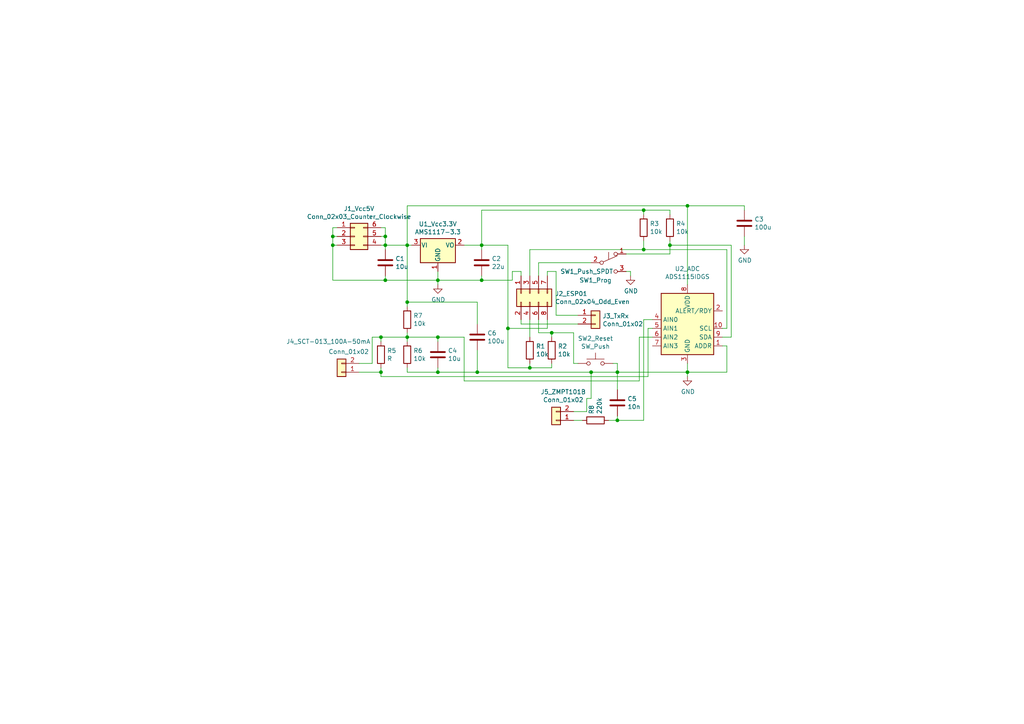
<source format=kicad_sch>
(kicad_sch (version 20211123) (generator eeschema)

  (uuid c0515cd2-cdaa-467e-8354-0f6eadfa35c9)

  (paper "A4")

  (lib_symbols
    (symbol "Analog_ADC:ADS1115IDGS" (in_bom yes) (on_board yes)
      (property "Reference" "U" (id 0) (at 2.54 13.97 0)
        (effects (font (size 1.27 1.27)))
      )
      (property "Value" "ADS1115IDGS" (id 1) (at 7.62 11.43 0)
        (effects (font (size 1.27 1.27)))
      )
      (property "Footprint" "Package_SO:TSSOP-10_3x3mm_P0.5mm" (id 2) (at 0 -12.7 0)
        (effects (font (size 1.27 1.27)) hide)
      )
      (property "Datasheet" "http://www.ti.com/lit/ds/symlink/ads1113.pdf" (id 3) (at -1.27 -22.86 0)
        (effects (font (size 1.27 1.27)) hide)
      )
      (property "ki_keywords" "16 bit 4 channel I2C ADC" (id 4) (at 0 0 0)
        (effects (font (size 1.27 1.27)) hide)
      )
      (property "ki_description" "Ultra-Small, Low-Power, I2C-Compatible, 860-SPS, 16-Bit ADCs With Internal Reference, Oscillator, and Programmable Comparator, VSSOP-10" (id 5) (at 0 0 0)
        (effects (font (size 1.27 1.27)) hide)
      )
      (property "ki_fp_filters" "TSSOP*3x3mm*P0.5mm*" (id 6) (at 0 0 0)
        (effects (font (size 1.27 1.27)) hide)
      )
      (symbol "ADS1115IDGS_0_1"
        (rectangle (start -7.62 10.16) (end 7.62 -7.62)
          (stroke (width 0.254) (type default) (color 0 0 0 0))
          (fill (type background))
        )
      )
      (symbol "ADS1115IDGS_1_1"
        (pin input line (at 10.16 -5.08 180) (length 2.54)
          (name "ADDR" (effects (font (size 1.27 1.27))))
          (number "1" (effects (font (size 1.27 1.27))))
        )
        (pin input line (at 10.16 0 180) (length 2.54)
          (name "SCL" (effects (font (size 1.27 1.27))))
          (number "10" (effects (font (size 1.27 1.27))))
        )
        (pin output line (at 10.16 5.08 180) (length 2.54)
          (name "ALERT/RDY" (effects (font (size 1.27 1.27))))
          (number "2" (effects (font (size 1.27 1.27))))
        )
        (pin power_in line (at 0 -10.16 90) (length 2.54)
          (name "GND" (effects (font (size 1.27 1.27))))
          (number "3" (effects (font (size 1.27 1.27))))
        )
        (pin input line (at -10.16 2.54 0) (length 2.54)
          (name "AIN0" (effects (font (size 1.27 1.27))))
          (number "4" (effects (font (size 1.27 1.27))))
        )
        (pin input line (at -10.16 0 0) (length 2.54)
          (name "AIN1" (effects (font (size 1.27 1.27))))
          (number "5" (effects (font (size 1.27 1.27))))
        )
        (pin input line (at -10.16 -2.54 0) (length 2.54)
          (name "AIN2" (effects (font (size 1.27 1.27))))
          (number "6" (effects (font (size 1.27 1.27))))
        )
        (pin input line (at -10.16 -5.08 0) (length 2.54)
          (name "AIN3" (effects (font (size 1.27 1.27))))
          (number "7" (effects (font (size 1.27 1.27))))
        )
        (pin power_in line (at 0 12.7 270) (length 2.54)
          (name "VDD" (effects (font (size 1.27 1.27))))
          (number "8" (effects (font (size 1.27 1.27))))
        )
        (pin bidirectional line (at 10.16 -2.54 180) (length 2.54)
          (name "SDA" (effects (font (size 1.27 1.27))))
          (number "9" (effects (font (size 1.27 1.27))))
        )
      )
    )
    (symbol "Connector_Generic:Conn_01x02" (pin_names (offset 1.016) hide) (in_bom yes) (on_board yes)
      (property "Reference" "J" (id 0) (at 0 2.54 0)
        (effects (font (size 1.27 1.27)))
      )
      (property "Value" "Conn_01x02" (id 1) (at 0 -5.08 0)
        (effects (font (size 1.27 1.27)))
      )
      (property "Footprint" "" (id 2) (at 0 0 0)
        (effects (font (size 1.27 1.27)) hide)
      )
      (property "Datasheet" "~" (id 3) (at 0 0 0)
        (effects (font (size 1.27 1.27)) hide)
      )
      (property "ki_keywords" "connector" (id 4) (at 0 0 0)
        (effects (font (size 1.27 1.27)) hide)
      )
      (property "ki_description" "Generic connector, single row, 01x02, script generated (kicad-library-utils/schlib/autogen/connector/)" (id 5) (at 0 0 0)
        (effects (font (size 1.27 1.27)) hide)
      )
      (property "ki_fp_filters" "Connector*:*_1x??_*" (id 6) (at 0 0 0)
        (effects (font (size 1.27 1.27)) hide)
      )
      (symbol "Conn_01x02_1_1"
        (rectangle (start -1.27 -2.413) (end 0 -2.667)
          (stroke (width 0.1524) (type default) (color 0 0 0 0))
          (fill (type none))
        )
        (rectangle (start -1.27 0.127) (end 0 -0.127)
          (stroke (width 0.1524) (type default) (color 0 0 0 0))
          (fill (type none))
        )
        (rectangle (start -1.27 1.27) (end 1.27 -3.81)
          (stroke (width 0.254) (type default) (color 0 0 0 0))
          (fill (type background))
        )
        (pin passive line (at -5.08 0 0) (length 3.81)
          (name "Pin_1" (effects (font (size 1.27 1.27))))
          (number "1" (effects (font (size 1.27 1.27))))
        )
        (pin passive line (at -5.08 -2.54 0) (length 3.81)
          (name "Pin_2" (effects (font (size 1.27 1.27))))
          (number "2" (effects (font (size 1.27 1.27))))
        )
      )
    )
    (symbol "Connector_Generic:Conn_02x03_Counter_Clockwise" (pin_names (offset 1.016) hide) (in_bom yes) (on_board yes)
      (property "Reference" "J" (id 0) (at 1.27 5.08 0)
        (effects (font (size 1.27 1.27)))
      )
      (property "Value" "Conn_02x03_Counter_Clockwise" (id 1) (at 1.27 -5.08 0)
        (effects (font (size 1.27 1.27)))
      )
      (property "Footprint" "" (id 2) (at 0 0 0)
        (effects (font (size 1.27 1.27)) hide)
      )
      (property "Datasheet" "~" (id 3) (at 0 0 0)
        (effects (font (size 1.27 1.27)) hide)
      )
      (property "ki_keywords" "connector" (id 4) (at 0 0 0)
        (effects (font (size 1.27 1.27)) hide)
      )
      (property "ki_description" "Generic connector, double row, 02x03, counter clockwise pin numbering scheme (similar to DIP packge numbering), script generated (kicad-library-utils/schlib/autogen/connector/)" (id 5) (at 0 0 0)
        (effects (font (size 1.27 1.27)) hide)
      )
      (property "ki_fp_filters" "Connector*:*_2x??_*" (id 6) (at 0 0 0)
        (effects (font (size 1.27 1.27)) hide)
      )
      (symbol "Conn_02x03_Counter_Clockwise_1_1"
        (rectangle (start -1.27 -2.413) (end 0 -2.667)
          (stroke (width 0.1524) (type default) (color 0 0 0 0))
          (fill (type none))
        )
        (rectangle (start -1.27 0.127) (end 0 -0.127)
          (stroke (width 0.1524) (type default) (color 0 0 0 0))
          (fill (type none))
        )
        (rectangle (start -1.27 2.667) (end 0 2.413)
          (stroke (width 0.1524) (type default) (color 0 0 0 0))
          (fill (type none))
        )
        (rectangle (start -1.27 3.81) (end 3.81 -3.81)
          (stroke (width 0.254) (type default) (color 0 0 0 0))
          (fill (type background))
        )
        (rectangle (start 3.81 -2.413) (end 2.54 -2.667)
          (stroke (width 0.1524) (type default) (color 0 0 0 0))
          (fill (type none))
        )
        (rectangle (start 3.81 0.127) (end 2.54 -0.127)
          (stroke (width 0.1524) (type default) (color 0 0 0 0))
          (fill (type none))
        )
        (rectangle (start 3.81 2.667) (end 2.54 2.413)
          (stroke (width 0.1524) (type default) (color 0 0 0 0))
          (fill (type none))
        )
        (pin passive line (at -5.08 2.54 0) (length 3.81)
          (name "Pin_1" (effects (font (size 1.27 1.27))))
          (number "1" (effects (font (size 1.27 1.27))))
        )
        (pin passive line (at -5.08 0 0) (length 3.81)
          (name "Pin_2" (effects (font (size 1.27 1.27))))
          (number "2" (effects (font (size 1.27 1.27))))
        )
        (pin passive line (at -5.08 -2.54 0) (length 3.81)
          (name "Pin_3" (effects (font (size 1.27 1.27))))
          (number "3" (effects (font (size 1.27 1.27))))
        )
        (pin passive line (at 7.62 -2.54 180) (length 3.81)
          (name "Pin_4" (effects (font (size 1.27 1.27))))
          (number "4" (effects (font (size 1.27 1.27))))
        )
        (pin passive line (at 7.62 0 180) (length 3.81)
          (name "Pin_5" (effects (font (size 1.27 1.27))))
          (number "5" (effects (font (size 1.27 1.27))))
        )
        (pin passive line (at 7.62 2.54 180) (length 3.81)
          (name "Pin_6" (effects (font (size 1.27 1.27))))
          (number "6" (effects (font (size 1.27 1.27))))
        )
      )
    )
    (symbol "Connector_Generic:Conn_02x04_Odd_Even" (pin_names (offset 1.016) hide) (in_bom yes) (on_board yes)
      (property "Reference" "J" (id 0) (at 1.27 5.08 0)
        (effects (font (size 1.27 1.27)))
      )
      (property "Value" "Conn_02x04_Odd_Even" (id 1) (at 1.27 -7.62 0)
        (effects (font (size 1.27 1.27)))
      )
      (property "Footprint" "" (id 2) (at 0 0 0)
        (effects (font (size 1.27 1.27)) hide)
      )
      (property "Datasheet" "~" (id 3) (at 0 0 0)
        (effects (font (size 1.27 1.27)) hide)
      )
      (property "ki_keywords" "connector" (id 4) (at 0 0 0)
        (effects (font (size 1.27 1.27)) hide)
      )
      (property "ki_description" "Generic connector, double row, 02x04, odd/even pin numbering scheme (row 1 odd numbers, row 2 even numbers), script generated (kicad-library-utils/schlib/autogen/connector/)" (id 5) (at 0 0 0)
        (effects (font (size 1.27 1.27)) hide)
      )
      (property "ki_fp_filters" "Connector*:*_2x??_*" (id 6) (at 0 0 0)
        (effects (font (size 1.27 1.27)) hide)
      )
      (symbol "Conn_02x04_Odd_Even_1_1"
        (rectangle (start -1.27 -4.953) (end 0 -5.207)
          (stroke (width 0.1524) (type default) (color 0 0 0 0))
          (fill (type none))
        )
        (rectangle (start -1.27 -2.413) (end 0 -2.667)
          (stroke (width 0.1524) (type default) (color 0 0 0 0))
          (fill (type none))
        )
        (rectangle (start -1.27 0.127) (end 0 -0.127)
          (stroke (width 0.1524) (type default) (color 0 0 0 0))
          (fill (type none))
        )
        (rectangle (start -1.27 2.667) (end 0 2.413)
          (stroke (width 0.1524) (type default) (color 0 0 0 0))
          (fill (type none))
        )
        (rectangle (start -1.27 3.81) (end 3.81 -6.35)
          (stroke (width 0.254) (type default) (color 0 0 0 0))
          (fill (type background))
        )
        (rectangle (start 3.81 -4.953) (end 2.54 -5.207)
          (stroke (width 0.1524) (type default) (color 0 0 0 0))
          (fill (type none))
        )
        (rectangle (start 3.81 -2.413) (end 2.54 -2.667)
          (stroke (width 0.1524) (type default) (color 0 0 0 0))
          (fill (type none))
        )
        (rectangle (start 3.81 0.127) (end 2.54 -0.127)
          (stroke (width 0.1524) (type default) (color 0 0 0 0))
          (fill (type none))
        )
        (rectangle (start 3.81 2.667) (end 2.54 2.413)
          (stroke (width 0.1524) (type default) (color 0 0 0 0))
          (fill (type none))
        )
        (pin passive line (at -5.08 2.54 0) (length 3.81)
          (name "Pin_1" (effects (font (size 1.27 1.27))))
          (number "1" (effects (font (size 1.27 1.27))))
        )
        (pin passive line (at 7.62 2.54 180) (length 3.81)
          (name "Pin_2" (effects (font (size 1.27 1.27))))
          (number "2" (effects (font (size 1.27 1.27))))
        )
        (pin passive line (at -5.08 0 0) (length 3.81)
          (name "Pin_3" (effects (font (size 1.27 1.27))))
          (number "3" (effects (font (size 1.27 1.27))))
        )
        (pin passive line (at 7.62 0 180) (length 3.81)
          (name "Pin_4" (effects (font (size 1.27 1.27))))
          (number "4" (effects (font (size 1.27 1.27))))
        )
        (pin passive line (at -5.08 -2.54 0) (length 3.81)
          (name "Pin_5" (effects (font (size 1.27 1.27))))
          (number "5" (effects (font (size 1.27 1.27))))
        )
        (pin passive line (at 7.62 -2.54 180) (length 3.81)
          (name "Pin_6" (effects (font (size 1.27 1.27))))
          (number "6" (effects (font (size 1.27 1.27))))
        )
        (pin passive line (at -5.08 -5.08 0) (length 3.81)
          (name "Pin_7" (effects (font (size 1.27 1.27))))
          (number "7" (effects (font (size 1.27 1.27))))
        )
        (pin passive line (at 7.62 -5.08 180) (length 3.81)
          (name "Pin_8" (effects (font (size 1.27 1.27))))
          (number "8" (effects (font (size 1.27 1.27))))
        )
      )
    )
    (symbol "Device:C" (pin_numbers hide) (pin_names (offset 0.254)) (in_bom yes) (on_board yes)
      (property "Reference" "C" (id 0) (at 0.635 2.54 0)
        (effects (font (size 1.27 1.27)) (justify left))
      )
      (property "Value" "C" (id 1) (at 0.635 -2.54 0)
        (effects (font (size 1.27 1.27)) (justify left))
      )
      (property "Footprint" "" (id 2) (at 0.9652 -3.81 0)
        (effects (font (size 1.27 1.27)) hide)
      )
      (property "Datasheet" "~" (id 3) (at 0 0 0)
        (effects (font (size 1.27 1.27)) hide)
      )
      (property "ki_keywords" "cap capacitor" (id 4) (at 0 0 0)
        (effects (font (size 1.27 1.27)) hide)
      )
      (property "ki_description" "Unpolarized capacitor" (id 5) (at 0 0 0)
        (effects (font (size 1.27 1.27)) hide)
      )
      (property "ki_fp_filters" "C_*" (id 6) (at 0 0 0)
        (effects (font (size 1.27 1.27)) hide)
      )
      (symbol "C_0_1"
        (polyline
          (pts
            (xy -2.032 -0.762)
            (xy 2.032 -0.762)
          )
          (stroke (width 0.508) (type default) (color 0 0 0 0))
          (fill (type none))
        )
        (polyline
          (pts
            (xy -2.032 0.762)
            (xy 2.032 0.762)
          )
          (stroke (width 0.508) (type default) (color 0 0 0 0))
          (fill (type none))
        )
      )
      (symbol "C_1_1"
        (pin passive line (at 0 3.81 270) (length 2.794)
          (name "~" (effects (font (size 1.27 1.27))))
          (number "1" (effects (font (size 1.27 1.27))))
        )
        (pin passive line (at 0 -3.81 90) (length 2.794)
          (name "~" (effects (font (size 1.27 1.27))))
          (number "2" (effects (font (size 1.27 1.27))))
        )
      )
    )
    (symbol "Device:R" (pin_numbers hide) (pin_names (offset 0)) (in_bom yes) (on_board yes)
      (property "Reference" "R" (id 0) (at 2.032 0 90)
        (effects (font (size 1.27 1.27)))
      )
      (property "Value" "R" (id 1) (at 0 0 90)
        (effects (font (size 1.27 1.27)))
      )
      (property "Footprint" "" (id 2) (at -1.778 0 90)
        (effects (font (size 1.27 1.27)) hide)
      )
      (property "Datasheet" "~" (id 3) (at 0 0 0)
        (effects (font (size 1.27 1.27)) hide)
      )
      (property "ki_keywords" "R res resistor" (id 4) (at 0 0 0)
        (effects (font (size 1.27 1.27)) hide)
      )
      (property "ki_description" "Resistor" (id 5) (at 0 0 0)
        (effects (font (size 1.27 1.27)) hide)
      )
      (property "ki_fp_filters" "R_*" (id 6) (at 0 0 0)
        (effects (font (size 1.27 1.27)) hide)
      )
      (symbol "R_0_1"
        (rectangle (start -1.016 -2.54) (end 1.016 2.54)
          (stroke (width 0.254) (type default) (color 0 0 0 0))
          (fill (type none))
        )
      )
      (symbol "R_1_1"
        (pin passive line (at 0 3.81 270) (length 1.27)
          (name "~" (effects (font (size 1.27 1.27))))
          (number "1" (effects (font (size 1.27 1.27))))
        )
        (pin passive line (at 0 -3.81 90) (length 1.27)
          (name "~" (effects (font (size 1.27 1.27))))
          (number "2" (effects (font (size 1.27 1.27))))
        )
      )
    )
    (symbol "Regulator_Linear:AMS1117-3.3" (pin_names (offset 0.254)) (in_bom yes) (on_board yes)
      (property "Reference" "U" (id 0) (at -3.81 3.175 0)
        (effects (font (size 1.27 1.27)))
      )
      (property "Value" "AMS1117-3.3" (id 1) (at 0 3.175 0)
        (effects (font (size 1.27 1.27)) (justify left))
      )
      (property "Footprint" "Package_TO_SOT_SMD:SOT-223-3_TabPin2" (id 2) (at 0 5.08 0)
        (effects (font (size 1.27 1.27)) hide)
      )
      (property "Datasheet" "http://www.advanced-monolithic.com/pdf/ds1117.pdf" (id 3) (at 2.54 -6.35 0)
        (effects (font (size 1.27 1.27)) hide)
      )
      (property "ki_keywords" "linear regulator ldo fixed positive" (id 4) (at 0 0 0)
        (effects (font (size 1.27 1.27)) hide)
      )
      (property "ki_description" "1A Low Dropout regulator, positive, 3.3V fixed output, SOT-223" (id 5) (at 0 0 0)
        (effects (font (size 1.27 1.27)) hide)
      )
      (property "ki_fp_filters" "SOT?223*TabPin2*" (id 6) (at 0 0 0)
        (effects (font (size 1.27 1.27)) hide)
      )
      (symbol "AMS1117-3.3_0_1"
        (rectangle (start -5.08 -5.08) (end 5.08 1.905)
          (stroke (width 0.254) (type default) (color 0 0 0 0))
          (fill (type background))
        )
      )
      (symbol "AMS1117-3.3_1_1"
        (pin power_in line (at 0 -7.62 90) (length 2.54)
          (name "GND" (effects (font (size 1.27 1.27))))
          (number "1" (effects (font (size 1.27 1.27))))
        )
        (pin power_out line (at 7.62 0 180) (length 2.54)
          (name "VO" (effects (font (size 1.27 1.27))))
          (number "2" (effects (font (size 1.27 1.27))))
        )
        (pin power_in line (at -7.62 0 0) (length 2.54)
          (name "VI" (effects (font (size 1.27 1.27))))
          (number "3" (effects (font (size 1.27 1.27))))
        )
      )
    )
    (symbol "Switch:SW_Push" (pin_numbers hide) (pin_names (offset 1.016) hide) (in_bom yes) (on_board yes)
      (property "Reference" "SW" (id 0) (at 1.27 2.54 0)
        (effects (font (size 1.27 1.27)) (justify left))
      )
      (property "Value" "SW_Push" (id 1) (at 0 -1.524 0)
        (effects (font (size 1.27 1.27)))
      )
      (property "Footprint" "" (id 2) (at 0 5.08 0)
        (effects (font (size 1.27 1.27)) hide)
      )
      (property "Datasheet" "~" (id 3) (at 0 5.08 0)
        (effects (font (size 1.27 1.27)) hide)
      )
      (property "ki_keywords" "switch normally-open pushbutton push-button" (id 4) (at 0 0 0)
        (effects (font (size 1.27 1.27)) hide)
      )
      (property "ki_description" "Push button switch, generic, two pins" (id 5) (at 0 0 0)
        (effects (font (size 1.27 1.27)) hide)
      )
      (symbol "SW_Push_0_1"
        (circle (center -2.032 0) (radius 0.508)
          (stroke (width 0) (type default) (color 0 0 0 0))
          (fill (type none))
        )
        (polyline
          (pts
            (xy 0 1.27)
            (xy 0 3.048)
          )
          (stroke (width 0) (type default) (color 0 0 0 0))
          (fill (type none))
        )
        (polyline
          (pts
            (xy 2.54 1.27)
            (xy -2.54 1.27)
          )
          (stroke (width 0) (type default) (color 0 0 0 0))
          (fill (type none))
        )
        (circle (center 2.032 0) (radius 0.508)
          (stroke (width 0) (type default) (color 0 0 0 0))
          (fill (type none))
        )
        (pin passive line (at -5.08 0 0) (length 2.54)
          (name "1" (effects (font (size 1.27 1.27))))
          (number "1" (effects (font (size 1.27 1.27))))
        )
        (pin passive line (at 5.08 0 180) (length 2.54)
          (name "2" (effects (font (size 1.27 1.27))))
          (number "2" (effects (font (size 1.27 1.27))))
        )
      )
    )
    (symbol "Switch:SW_Push_SPDT" (pin_names (offset 0) hide) (in_bom yes) (on_board yes)
      (property "Reference" "SW" (id 0) (at 0 4.318 0)
        (effects (font (size 1.27 1.27)))
      )
      (property "Value" "SW_Push_SPDT" (id 1) (at 0 -5.08 0)
        (effects (font (size 1.27 1.27)))
      )
      (property "Footprint" "" (id 2) (at 0 0 0)
        (effects (font (size 1.27 1.27)) hide)
      )
      (property "Datasheet" "~" (id 3) (at 0 0 0)
        (effects (font (size 1.27 1.27)) hide)
      )
      (property "ki_keywords" "switch single-pole double-throw spdt ON-ON" (id 4) (at 0 0 0)
        (effects (font (size 1.27 1.27)) hide)
      )
      (property "ki_description" "Momentary Switch, single pole double throw" (id 5) (at 0 0 0)
        (effects (font (size 1.27 1.27)) hide)
      )
      (symbol "SW_Push_SPDT_0_0"
        (circle (center -2.032 0) (radius 0.508)
          (stroke (width 0) (type default) (color 0 0 0 0))
          (fill (type none))
        )
        (polyline
          (pts
            (xy 0 1.016)
            (xy 0 3.048)
          )
          (stroke (width 0) (type default) (color 0 0 0 0))
          (fill (type none))
        )
        (circle (center 2.032 -2.54) (radius 0.508)
          (stroke (width 0) (type default) (color 0 0 0 0))
          (fill (type none))
        )
      )
      (symbol "SW_Push_SPDT_0_1"
        (polyline
          (pts
            (xy -1.524 0.254)
            (xy 2.54 2.032)
          )
          (stroke (width 0) (type default) (color 0 0 0 0))
          (fill (type none))
        )
        (circle (center 2.032 2.54) (radius 0.508)
          (stroke (width 0) (type default) (color 0 0 0 0))
          (fill (type none))
        )
      )
      (symbol "SW_Push_SPDT_1_1"
        (pin passive line (at 5.08 2.54 180) (length 2.54)
          (name "A" (effects (font (size 1.27 1.27))))
          (number "1" (effects (font (size 1.27 1.27))))
        )
        (pin passive line (at -5.08 0 0) (length 2.54)
          (name "B" (effects (font (size 1.27 1.27))))
          (number "2" (effects (font (size 1.27 1.27))))
        )
        (pin passive line (at 5.08 -2.54 180) (length 2.54)
          (name "C" (effects (font (size 1.27 1.27))))
          (number "3" (effects (font (size 1.27 1.27))))
        )
      )
    )
    (symbol "power:GND" (power) (pin_names (offset 0)) (in_bom yes) (on_board yes)
      (property "Reference" "#PWR" (id 0) (at 0 -6.35 0)
        (effects (font (size 1.27 1.27)) hide)
      )
      (property "Value" "GND" (id 1) (at 0 -3.81 0)
        (effects (font (size 1.27 1.27)))
      )
      (property "Footprint" "" (id 2) (at 0 0 0)
        (effects (font (size 1.27 1.27)) hide)
      )
      (property "Datasheet" "" (id 3) (at 0 0 0)
        (effects (font (size 1.27 1.27)) hide)
      )
      (property "ki_keywords" "power-flag" (id 4) (at 0 0 0)
        (effects (font (size 1.27 1.27)) hide)
      )
      (property "ki_description" "Power symbol creates a global label with name \"GND\" , ground" (id 5) (at 0 0 0)
        (effects (font (size 1.27 1.27)) hide)
      )
      (symbol "GND_0_1"
        (polyline
          (pts
            (xy 0 0)
            (xy 0 -1.27)
            (xy 1.27 -1.27)
            (xy 0 -2.54)
            (xy -1.27 -1.27)
            (xy 0 -1.27)
          )
          (stroke (width 0) (type default) (color 0 0 0 0))
          (fill (type none))
        )
      )
      (symbol "GND_1_1"
        (pin power_in line (at 0 0 270) (length 0) hide
          (name "GND" (effects (font (size 1.27 1.27))))
          (number "1" (effects (font (size 1.27 1.27))))
        )
      )
    )
  )

  (junction (at 118.11 97.79) (diameter 0) (color 0 0 0 0)
    (uuid 01e9b6e7-adf9-4ee7-9447-a588630ee4a2)
  )
  (junction (at 160.02 96.52) (diameter 0) (color 0 0 0 0)
    (uuid 0325ec43-0390-4ae2-b055-b1ec6ce17b1c)
  )
  (junction (at 199.39 59.69) (diameter 0) (color 0 0 0 0)
    (uuid 0ce8d3ab-2662-4158-8a2a-18b782908fc5)
  )
  (junction (at 171.45 107.95) (diameter 0) (color 0 0 0 0)
    (uuid 2dc54bac-8640-4dd7-b8ed-3c7acb01a8ea)
  )
  (junction (at 186.69 72.39) (diameter 0) (color 0 0 0 0)
    (uuid 31b1b6d8-2445-42ab-89e9-eddba65b597e)
  )
  (junction (at 186.69 60.96) (diameter 0) (color 0 0 0 0)
    (uuid 3791ed81-c8cb-4efa-8813-d7c26c400bfb)
  )
  (junction (at 127 97.79) (diameter 0) (color 0 0 0 0)
    (uuid 37f31dec-63fc-4634-a141-5dc5d2b60fe4)
  )
  (junction (at 111.76 71.12) (diameter 0) (color 0 0 0 0)
    (uuid 477311b9-8f81-40c8-9c55-fd87e287247a)
  )
  (junction (at 118.11 87.63) (diameter 0) (color 0 0 0 0)
    (uuid 4ee25d3b-864d-4632-84dc-69d3de7c9bde)
  )
  (junction (at 96.52 68.58) (diameter 0) (color 0 0 0 0)
    (uuid 5ca4be1c-537e-4a4a-b344-d0c8ffde8546)
  )
  (junction (at 139.7 81.28) (diameter 0) (color 0 0 0 0)
    (uuid 6284122b-79c3-4e04-925e-3d32cc3ec077)
  )
  (junction (at 199.39 107.95) (diameter 0) (color 0 0 0 0)
    (uuid 65134029-dbd2-409a-85a8-13c2a33ff019)
  )
  (junction (at 111.76 68.58) (diameter 0) (color 0 0 0 0)
    (uuid 676efd2f-1c48-4786-9e4b-2444f1e8f6ff)
  )
  (junction (at 127 81.28) (diameter 0) (color 0 0 0 0)
    (uuid 70e15522-1572-4451-9c0d-6d36ac70d8c6)
  )
  (junction (at 179.07 107.95) (diameter 0) (color 0 0 0 0)
    (uuid 7afa54c4-2181-41d3-81f7-39efc497ecae)
  )
  (junction (at 110.49 107.95) (diameter 0) (color 0 0 0 0)
    (uuid 7cee474b-af8f-4832-b07a-c43c1ab0b464)
  )
  (junction (at 96.52 71.12) (diameter 0) (color 0 0 0 0)
    (uuid 853ee787-6e2c-4f32-bc75-6c17337dd3d5)
  )
  (junction (at 153.67 106.68) (diameter 0) (color 0 0 0 0)
    (uuid 8f4a4b63-6760-4aae-a2b2-0bcd661f8c61)
  )
  (junction (at 111.76 81.28) (diameter 0) (color 0 0 0 0)
    (uuid 994b6220-4755-4d84-91b3-6122ac1c2c5e)
  )
  (junction (at 179.07 121.92) (diameter 0) (color 0 0 0 0)
    (uuid 9cbf35b8-f4d3-42a3-bb16-04ffd03fd8fd)
  )
  (junction (at 138.43 107.95) (diameter 0) (color 0 0 0 0)
    (uuid a7bdf116-d899-4319-81b2-8a9c5705d405)
  )
  (junction (at 127 107.95) (diameter 0) (color 0 0 0 0)
    (uuid c7e7067c-5f5e-48d8-ab59-df26f9b35863)
  )
  (junction (at 194.31 71.12) (diameter 0) (color 0 0 0 0)
    (uuid c86669e0-9a5b-4074-ad71-542d3ac6afa4)
  )
  (junction (at 118.11 71.12) (diameter 0) (color 0 0 0 0)
    (uuid e4c6fdbb-fdc7-4ad4-a516-240d84cdc120)
  )
  (junction (at 139.7 71.12) (diameter 0) (color 0 0 0 0)
    (uuid ec31c074-17b2-48e1-ab01-071acad3fa04)
  )
  (junction (at 110.49 97.79) (diameter 0) (color 0 0 0 0)
    (uuid f3628265-0155-43e2-a467-c40ff783e265)
  )
  (junction (at 147.32 95.25) (diameter 0) (color 0 0 0 0)
    (uuid fa622b91-1633-44bd-bbb2-4b865db6d38d)
  )

  (wire (pts (xy 134.62 110.49) (xy 185.42 110.49))
    (stroke (width 0) (type default) (color 0 0 0 0))
    (uuid 009a4fb4-fcc0-4623-ae5d-c1bae3219583)
  )
  (wire (pts (xy 111.76 68.58) (xy 110.49 68.58))
    (stroke (width 0) (type default) (color 0 0 0 0))
    (uuid 0351df45-d042-41d4-ba35-88092c7be2fc)
  )
  (wire (pts (xy 179.07 121.92) (xy 186.69 121.92))
    (stroke (width 0) (type default) (color 0 0 0 0))
    (uuid 071522c0-d0ed-49b9-906e-6295f67fb0dc)
  )
  (wire (pts (xy 96.52 81.28) (xy 111.76 81.28))
    (stroke (width 0) (type default) (color 0 0 0 0))
    (uuid 097edb1b-8998-4e70-b670-bba125982348)
  )
  (wire (pts (xy 139.7 81.28) (xy 148.59 81.28))
    (stroke (width 0) (type default) (color 0 0 0 0))
    (uuid 099096e4-8c2a-4d84-a16f-06b4b6330e7a)
  )
  (wire (pts (xy 104.14 105.41) (xy 107.95 105.41))
    (stroke (width 0) (type default) (color 0 0 0 0))
    (uuid 0c3dceba-7c95-4b3d-b590-0eb581444beb)
  )
  (wire (pts (xy 186.69 69.85) (xy 186.69 72.39))
    (stroke (width 0) (type default) (color 0 0 0 0))
    (uuid 10e6ad40-4c9b-4e7a-abb6-52526119b631)
  )
  (wire (pts (xy 139.7 60.96) (xy 139.7 71.12))
    (stroke (width 0) (type default) (color 0 0 0 0))
    (uuid 14769dc5-8525-4984-8b15-a734ee247efa)
  )
  (wire (pts (xy 118.11 107.95) (xy 127 107.95))
    (stroke (width 0) (type default) (color 0 0 0 0))
    (uuid 16a9ae8c-3ad2-439b-8efe-377c994670c7)
  )
  (wire (pts (xy 153.67 105.41) (xy 153.67 106.68))
    (stroke (width 0) (type default) (color 0 0 0 0))
    (uuid 16bd6381-8ac0-4bf2-9dce-ecc20c724b8d)
  )
  (wire (pts (xy 160.02 106.68) (xy 160.02 105.41))
    (stroke (width 0) (type default) (color 0 0 0 0))
    (uuid 173f6f06-e7d0-42ac-ab03-ce6b79b9eeee)
  )
  (wire (pts (xy 151.13 92.71) (xy 151.13 93.98))
    (stroke (width 0) (type default) (color 0 0 0 0))
    (uuid 182b2d54-931d-49d6-9f39-60a752623e36)
  )
  (wire (pts (xy 118.11 59.69) (xy 118.11 71.12))
    (stroke (width 0) (type default) (color 0 0 0 0))
    (uuid 19c56563-5fe3-442a-885b-418dbc2421eb)
  )
  (wire (pts (xy 156.21 92.71) (xy 156.21 96.52))
    (stroke (width 0) (type default) (color 0 0 0 0))
    (uuid 1e518c2a-4cb7-4599-a1fa-5b9f847da7d3)
  )
  (wire (pts (xy 210.82 95.25) (xy 209.55 95.25))
    (stroke (width 0) (type default) (color 0 0 0 0))
    (uuid 20c315f4-1e4f-49aa-8d61-778a7389df7e)
  )
  (wire (pts (xy 186.69 62.23) (xy 186.69 60.96))
    (stroke (width 0) (type default) (color 0 0 0 0))
    (uuid 21ae9c3a-7138-444e-be38-56a4842ab594)
  )
  (wire (pts (xy 111.76 66.04) (xy 111.76 68.58))
    (stroke (width 0) (type default) (color 0 0 0 0))
    (uuid 240e5dac-6242-47a5-bbef-f76d11c715c0)
  )
  (wire (pts (xy 194.31 60.96) (xy 186.69 60.96))
    (stroke (width 0) (type default) (color 0 0 0 0))
    (uuid 273de30c-f912-42b9-8cd7-ce6edfd15436)
  )
  (wire (pts (xy 96.52 71.12) (xy 96.52 68.58))
    (stroke (width 0) (type default) (color 0 0 0 0))
    (uuid 275aa44a-b61f-489f-9e2a-819a0fe0d1eb)
  )
  (wire (pts (xy 186.69 121.92) (xy 186.69 92.71))
    (stroke (width 0) (type default) (color 0 0 0 0))
    (uuid 2846428d-39de-4eae-8ce2-64955d56c493)
  )
  (wire (pts (xy 179.07 105.41) (xy 179.07 107.95))
    (stroke (width 0) (type default) (color 0 0 0 0))
    (uuid 2889b04e-b195-449f-8a75-049e865cc173)
  )
  (wire (pts (xy 127 107.95) (xy 138.43 107.95))
    (stroke (width 0) (type default) (color 0 0 0 0))
    (uuid 2d697cf0-e02e-4ed1-a048-a704dab0ee43)
  )
  (wire (pts (xy 161.29 78.74) (xy 158.75 78.74))
    (stroke (width 0) (type default) (color 0 0 0 0))
    (uuid 2dc272bd-3aa2-45b5-889d-1d3c8aac80f8)
  )
  (wire (pts (xy 153.67 106.68) (xy 160.02 106.68))
    (stroke (width 0) (type default) (color 0 0 0 0))
    (uuid 2e842263-c0ba-46fd-a760-6624d4c78278)
  )
  (wire (pts (xy 156.21 96.52) (xy 160.02 96.52))
    (stroke (width 0) (type default) (color 0 0 0 0))
    (uuid 309b3bff-19c8-41ec-a84d-63399c649f46)
  )
  (wire (pts (xy 161.29 91.44) (xy 161.29 78.74))
    (stroke (width 0) (type default) (color 0 0 0 0))
    (uuid 34a74736-156e-4bf3-9200-cd137cfa59da)
  )
  (wire (pts (xy 210.82 100.33) (xy 210.82 107.95))
    (stroke (width 0) (type default) (color 0 0 0 0))
    (uuid 35a9f71f-ba35-47f6-814e-4106ac36c51e)
  )
  (wire (pts (xy 97.79 66.04) (xy 96.52 66.04))
    (stroke (width 0) (type default) (color 0 0 0 0))
    (uuid 37e8181c-a81e-498b-b2e2-0aef0c391059)
  )
  (wire (pts (xy 156.21 76.2) (xy 156.21 80.01))
    (stroke (width 0) (type default) (color 0 0 0 0))
    (uuid 3a52f112-cb97-43db-aaeb-20afe27664d7)
  )
  (wire (pts (xy 151.13 93.98) (xy 167.64 93.98))
    (stroke (width 0) (type default) (color 0 0 0 0))
    (uuid 41acfe41-fac7-432a-a7a3-946566e2d504)
  )
  (wire (pts (xy 139.7 71.12) (xy 147.32 71.12))
    (stroke (width 0) (type default) (color 0 0 0 0))
    (uuid 4a21e717-d46d-4d9e-8b98-af4ecb02d3ec)
  )
  (wire (pts (xy 110.49 109.22) (xy 187.96 109.22))
    (stroke (width 0) (type default) (color 0 0 0 0))
    (uuid 4e315e69-0417-463a-8b7f-469a08d1496e)
  )
  (wire (pts (xy 110.49 97.79) (xy 118.11 97.79))
    (stroke (width 0) (type default) (color 0 0 0 0))
    (uuid 4f66b314-0f62-4fb6-8c3c-f9c6a75cd3ec)
  )
  (wire (pts (xy 186.69 92.71) (xy 189.23 92.71))
    (stroke (width 0) (type default) (color 0 0 0 0))
    (uuid 4fa10683-33cd-4dcd-8acc-2415cd63c62a)
  )
  (wire (pts (xy 111.76 81.28) (xy 127 81.28))
    (stroke (width 0) (type default) (color 0 0 0 0))
    (uuid 4fb21471-41be-4be8-9687-66030f97befc)
  )
  (wire (pts (xy 167.64 91.44) (xy 161.29 91.44))
    (stroke (width 0) (type default) (color 0 0 0 0))
    (uuid 5114c7bf-b955-49f3-a0a8-4b954c81bde0)
  )
  (wire (pts (xy 96.52 71.12) (xy 96.52 81.28))
    (stroke (width 0) (type default) (color 0 0 0 0))
    (uuid 57c0c267-8bf9-4cc7-b734-d71a239ac313)
  )
  (wire (pts (xy 166.37 121.92) (xy 168.91 121.92))
    (stroke (width 0) (type default) (color 0 0 0 0))
    (uuid 59ec3156-036e-4049-89db-91a9dd07095f)
  )
  (wire (pts (xy 187.96 109.22) (xy 187.96 95.25))
    (stroke (width 0) (type default) (color 0 0 0 0))
    (uuid 5b34a16c-5a14-4291-8242-ea6d6ac54372)
  )
  (wire (pts (xy 177.8 105.41) (xy 179.07 105.41))
    (stroke (width 0) (type default) (color 0 0 0 0))
    (uuid 5e6b93f0-007b-4fd4-a4c9-6775833d67b2)
  )
  (wire (pts (xy 181.61 73.66) (xy 194.31 73.66))
    (stroke (width 0) (type default) (color 0 0 0 0))
    (uuid 5f36186a-39aa-44f5-8b68-4feec94ec2e4)
  )
  (wire (pts (xy 179.07 107.95) (xy 199.39 107.95))
    (stroke (width 0) (type default) (color 0 0 0 0))
    (uuid 609b9e1b-4e3b-42b7-ac76-a62ec4d0e7c7)
  )
  (wire (pts (xy 158.75 92.71) (xy 158.75 95.25))
    (stroke (width 0) (type default) (color 0 0 0 0))
    (uuid 644ae9fc-3c8e-4089-866e-a12bf371c3e9)
  )
  (wire (pts (xy 111.76 71.12) (xy 118.11 71.12))
    (stroke (width 0) (type default) (color 0 0 0 0))
    (uuid 6595b9c7-02ee-4647-bde5-6b566e35163e)
  )
  (wire (pts (xy 151.13 80.01) (xy 151.13 78.74))
    (stroke (width 0) (type default) (color 0 0 0 0))
    (uuid 67763d19-f622-4e1e-81e5-5b24da7c3f99)
  )
  (wire (pts (xy 134.62 71.12) (xy 139.7 71.12))
    (stroke (width 0) (type default) (color 0 0 0 0))
    (uuid 68877d35-b796-44db-9124-b8e744e7412e)
  )
  (wire (pts (xy 179.07 121.92) (xy 179.07 120.65))
    (stroke (width 0) (type default) (color 0 0 0 0))
    (uuid 6a2b20ae-096c-4d9f-92f8-2087c865914f)
  )
  (wire (pts (xy 158.75 78.74) (xy 158.75 80.01))
    (stroke (width 0) (type default) (color 0 0 0 0))
    (uuid 6c2d26bc-6eca-436c-8025-79f817bf57d6)
  )
  (wire (pts (xy 97.79 71.12) (xy 96.52 71.12))
    (stroke (width 0) (type default) (color 0 0 0 0))
    (uuid 6c67e4f6-9d04-4539-b356-b76e915ce848)
  )
  (wire (pts (xy 127 81.28) (xy 127 78.74))
    (stroke (width 0) (type default) (color 0 0 0 0))
    (uuid 6d26d68f-1ca7-4ff3-b058-272f1c399047)
  )
  (wire (pts (xy 139.7 60.96) (xy 186.69 60.96))
    (stroke (width 0) (type default) (color 0 0 0 0))
    (uuid 6e68f0cd-800e-4167-9553-71fc59da1eeb)
  )
  (wire (pts (xy 179.07 113.03) (xy 179.07 107.95))
    (stroke (width 0) (type default) (color 0 0 0 0))
    (uuid 70fb572d-d5ec-41e7-9482-63d4578b4f47)
  )
  (wire (pts (xy 118.11 107.95) (xy 118.11 106.68))
    (stroke (width 0) (type default) (color 0 0 0 0))
    (uuid 730b670c-9bcf-4dcd-9a8d-fcaa61fb0955)
  )
  (wire (pts (xy 111.76 80.01) (xy 111.76 81.28))
    (stroke (width 0) (type default) (color 0 0 0 0))
    (uuid 7599133e-c681-4202-85d9-c20dac196c64)
  )
  (wire (pts (xy 127 97.79) (xy 118.11 97.79))
    (stroke (width 0) (type default) (color 0 0 0 0))
    (uuid 770ad51a-7219-4633-b24a-bd20feb0a6c5)
  )
  (wire (pts (xy 118.11 71.12) (xy 119.38 71.12))
    (stroke (width 0) (type default) (color 0 0 0 0))
    (uuid 789ca812-3e0c-4a3f-97bc-a916dd9bce80)
  )
  (wire (pts (xy 212.09 71.12) (xy 212.09 97.79))
    (stroke (width 0) (type default) (color 0 0 0 0))
    (uuid 7a4ce4b3-518a-4819-b8b2-5127b3347c64)
  )
  (wire (pts (xy 110.49 99.06) (xy 110.49 97.79))
    (stroke (width 0) (type default) (color 0 0 0 0))
    (uuid 7d928d56-093a-4ca8-aed1-414b7e703b45)
  )
  (wire (pts (xy 210.82 72.39) (xy 210.82 95.25))
    (stroke (width 0) (type default) (color 0 0 0 0))
    (uuid 7e0a03ae-d054-4f76-a131-5c09b8dc1636)
  )
  (wire (pts (xy 199.39 105.41) (xy 199.39 107.95))
    (stroke (width 0) (type default) (color 0 0 0 0))
    (uuid 7f2301df-e4bc-479e-a681-cc59c9a2dbbb)
  )
  (wire (pts (xy 194.31 69.85) (xy 194.31 71.12))
    (stroke (width 0) (type default) (color 0 0 0 0))
    (uuid 8087f566-a94d-4bbc-985b-e49ee7762296)
  )
  (wire (pts (xy 153.67 106.68) (xy 147.32 106.68))
    (stroke (width 0) (type default) (color 0 0 0 0))
    (uuid 83c12f73-5368-4946-b7b6-c853eb5b153a)
  )
  (wire (pts (xy 118.11 88.9) (xy 118.11 87.63))
    (stroke (width 0) (type default) (color 0 0 0 0))
    (uuid 87d7448e-e139-4209-ae0b-372f805267da)
  )
  (wire (pts (xy 138.43 87.63) (xy 138.43 93.98))
    (stroke (width 0) (type default) (color 0 0 0 0))
    (uuid 88483a46-670c-4acd-8e19-fc5c6213a2a5)
  )
  (wire (pts (xy 185.42 97.79) (xy 189.23 97.79))
    (stroke (width 0) (type default) (color 0 0 0 0))
    (uuid 88668202-3f0b-4d07-84d4-dcd790f57272)
  )
  (wire (pts (xy 104.14 107.95) (xy 110.49 107.95))
    (stroke (width 0) (type default) (color 0 0 0 0))
    (uuid 8a650ebf-3f78-4ca4-a26b-a5028693e36d)
  )
  (wire (pts (xy 166.37 119.38) (xy 170.18 119.38))
    (stroke (width 0) (type default) (color 0 0 0 0))
    (uuid 8bc2c25a-a1f1-4ce8-b96a-a4f8f4c35079)
  )
  (wire (pts (xy 160.02 96.52) (xy 160.02 97.79))
    (stroke (width 0) (type default) (color 0 0 0 0))
    (uuid 8c0807a7-765b-4fa5-baaa-e09a2b610e6b)
  )
  (wire (pts (xy 111.76 71.12) (xy 111.76 68.58))
    (stroke (width 0) (type default) (color 0 0 0 0))
    (uuid 8d9a3ecc-539f-41da-8099-d37cea9c28e7)
  )
  (wire (pts (xy 139.7 81.28) (xy 127 81.28))
    (stroke (width 0) (type default) (color 0 0 0 0))
    (uuid 911bdcbe-493f-4e21-a506-7cbc636e2c17)
  )
  (wire (pts (xy 194.31 71.12) (xy 212.09 71.12))
    (stroke (width 0) (type default) (color 0 0 0 0))
    (uuid 95ec4230-8155-49f1-a3a3-fbb077d9346c)
  )
  (wire (pts (xy 107.95 105.41) (xy 107.95 97.79))
    (stroke (width 0) (type default) (color 0 0 0 0))
    (uuid 965308c8-e014-459a-b9db-b8493a601c62)
  )
  (wire (pts (xy 199.39 107.95) (xy 210.82 107.95))
    (stroke (width 0) (type default) (color 0 0 0 0))
    (uuid 98c78427-acd5-4f90-9ad6-9f61c4809aec)
  )
  (wire (pts (xy 187.96 95.25) (xy 189.23 95.25))
    (stroke (width 0) (type default) (color 0 0 0 0))
    (uuid 9b3c58a7-a9b9-4498-abc0-f9f43e4f0292)
  )
  (wire (pts (xy 110.49 107.95) (xy 110.49 109.22))
    (stroke (width 0) (type default) (color 0 0 0 0))
    (uuid 9cb12cc8-7f1a-4a01-9256-c119f11a8a02)
  )
  (wire (pts (xy 160.02 96.52) (xy 166.37 96.52))
    (stroke (width 0) (type default) (color 0 0 0 0))
    (uuid 9d328528-0cb0-4899-8242-07fe55fc7492)
  )
  (wire (pts (xy 139.7 80.01) (xy 139.7 81.28))
    (stroke (width 0) (type default) (color 0 0 0 0))
    (uuid 9f8381e9-3077-4453-a480-a01ad9c1a940)
  )
  (wire (pts (xy 148.59 78.74) (xy 151.13 78.74))
    (stroke (width 0) (type default) (color 0 0 0 0))
    (uuid a13ab237-8f8d-4e16-8c47-4440653b8534)
  )
  (wire (pts (xy 181.61 78.74) (xy 182.88 78.74))
    (stroke (width 0) (type default) (color 0 0 0 0))
    (uuid a17904b9-135e-4dae-ae20-401c7787de72)
  )
  (wire (pts (xy 118.11 99.06) (xy 118.11 97.79))
    (stroke (width 0) (type default) (color 0 0 0 0))
    (uuid a5cd8da1-8f7f-4f80-bb23-0317de562222)
  )
  (wire (pts (xy 199.39 59.69) (xy 215.9 59.69))
    (stroke (width 0) (type default) (color 0 0 0 0))
    (uuid a6b7df29-bcf8-46a9-b623-7eaac47f5110)
  )
  (wire (pts (xy 199.39 109.22) (xy 199.39 107.95))
    (stroke (width 0) (type default) (color 0 0 0 0))
    (uuid a8447faf-e0a0-4c4a-ae53-4d4b28669151)
  )
  (wire (pts (xy 212.09 97.79) (xy 209.55 97.79))
    (stroke (width 0) (type default) (color 0 0 0 0))
    (uuid a9b3f6e4-7a6d-4ae8-ad28-3d8458e0ca1a)
  )
  (wire (pts (xy 110.49 66.04) (xy 111.76 66.04))
    (stroke (width 0) (type default) (color 0 0 0 0))
    (uuid aa2ea573-3f20-43c1-aa99-1f9c6031a9aa)
  )
  (wire (pts (xy 110.49 106.68) (xy 110.49 107.95))
    (stroke (width 0) (type default) (color 0 0 0 0))
    (uuid abe07c9a-17c3-43b5-b7a6-ae867ac27ea7)
  )
  (wire (pts (xy 118.11 59.69) (xy 199.39 59.69))
    (stroke (width 0) (type default) (color 0 0 0 0))
    (uuid b0906e10-2fbc-4309-a8b4-6fc4cd1a5490)
  )
  (wire (pts (xy 107.95 97.79) (xy 110.49 97.79))
    (stroke (width 0) (type default) (color 0 0 0 0))
    (uuid b1c649b1-f44d-46c7-9dea-818e75a1b87e)
  )
  (wire (pts (xy 170.18 119.38) (xy 170.18 115.57))
    (stroke (width 0) (type default) (color 0 0 0 0))
    (uuid b1ddb058-f7b2-429c-9489-f4e2242ad7e5)
  )
  (wire (pts (xy 96.52 68.58) (xy 97.79 68.58))
    (stroke (width 0) (type default) (color 0 0 0 0))
    (uuid b447dbb1-d38e-4a15-93cb-12c25382ea53)
  )
  (wire (pts (xy 127 99.06) (xy 127 97.79))
    (stroke (width 0) (type default) (color 0 0 0 0))
    (uuid b7199d9b-bebb-4100-9ad3-c2bd31e21d65)
  )
  (wire (pts (xy 139.7 71.12) (xy 139.7 72.39))
    (stroke (width 0) (type default) (color 0 0 0 0))
    (uuid b96fe6ac-3535-4455-ab88-ed77f5e46d6e)
  )
  (wire (pts (xy 138.43 101.6) (xy 138.43 107.95))
    (stroke (width 0) (type default) (color 0 0 0 0))
    (uuid bd34fe5a-39d9-4444-ac3d-cd19125012b9)
  )
  (wire (pts (xy 209.55 100.33) (xy 210.82 100.33))
    (stroke (width 0) (type default) (color 0 0 0 0))
    (uuid c094494a-f6f7-43fc-a007-4951484ddf3a)
  )
  (wire (pts (xy 153.67 72.39) (xy 186.69 72.39))
    (stroke (width 0) (type default) (color 0 0 0 0))
    (uuid c09938fd-06b9-4771-9f63-2311626243b3)
  )
  (wire (pts (xy 134.62 97.79) (xy 134.62 110.49))
    (stroke (width 0) (type default) (color 0 0 0 0))
    (uuid c106154f-d948-43e5-abfa-e1b96055d91b)
  )
  (wire (pts (xy 185.42 110.49) (xy 185.42 97.79))
    (stroke (width 0) (type default) (color 0 0 0 0))
    (uuid c24d6ac8-802d-4df3-a210-9cb1f693e865)
  )
  (wire (pts (xy 148.59 81.28) (xy 148.59 78.74))
    (stroke (width 0) (type default) (color 0 0 0 0))
    (uuid ca5a4651-0d1d-441b-b17d-01518ef3b656)
  )
  (wire (pts (xy 118.11 97.79) (xy 118.11 96.52))
    (stroke (width 0) (type default) (color 0 0 0 0))
    (uuid ca87f11b-5f48-4b57-8535-68d3ec2fe5a9)
  )
  (wire (pts (xy 171.45 115.57) (xy 171.45 107.95))
    (stroke (width 0) (type default) (color 0 0 0 0))
    (uuid cf386a39-fc62-49dd-8ec5-e044f6bd67ce)
  )
  (wire (pts (xy 96.52 66.04) (xy 96.52 68.58))
    (stroke (width 0) (type default) (color 0 0 0 0))
    (uuid cfa5c16e-7859-460d-a0b8-cea7d7ea629c)
  )
  (wire (pts (xy 158.75 95.25) (xy 147.32 95.25))
    (stroke (width 0) (type default) (color 0 0 0 0))
    (uuid d0d2eee9-31f6-44fa-8149-ebb4dc2dc0dc)
  )
  (wire (pts (xy 176.53 121.92) (xy 179.07 121.92))
    (stroke (width 0) (type default) (color 0 0 0 0))
    (uuid d39d813e-3e64-490c-ba5c-a64bb5ad6bd0)
  )
  (wire (pts (xy 127 82.55) (xy 127 81.28))
    (stroke (width 0) (type default) (color 0 0 0 0))
    (uuid d3d7e298-1d39-4294-a3ab-c84cc0dc5e5a)
  )
  (wire (pts (xy 118.11 87.63) (xy 118.11 71.12))
    (stroke (width 0) (type default) (color 0 0 0 0))
    (uuid d58bb4dc-d1ae-4e0f-bf00-910de8a28674)
  )
  (wire (pts (xy 199.39 59.69) (xy 199.39 82.55))
    (stroke (width 0) (type default) (color 0 0 0 0))
    (uuid d6fb27cf-362d-4568-967c-a5bf49d5931b)
  )
  (wire (pts (xy 215.9 59.69) (xy 215.9 60.96))
    (stroke (width 0) (type default) (color 0 0 0 0))
    (uuid d9c6d5d2-0b49-49ba-a970-cd2c32f74c54)
  )
  (wire (pts (xy 127 107.95) (xy 127 106.68))
    (stroke (width 0) (type default) (color 0 0 0 0))
    (uuid db36f6e3-e72a-487f-bda9-88cc84536f62)
  )
  (wire (pts (xy 194.31 73.66) (xy 194.31 71.12))
    (stroke (width 0) (type default) (color 0 0 0 0))
    (uuid dd488268-3957-4f91-a217-b3626b95b2bc)
  )
  (wire (pts (xy 111.76 71.12) (xy 111.76 72.39))
    (stroke (width 0) (type default) (color 0 0 0 0))
    (uuid dde51ae5-b215-445e-92bb-4a12ec410531)
  )
  (wire (pts (xy 166.37 105.41) (xy 167.64 105.41))
    (stroke (width 0) (type default) (color 0 0 0 0))
    (uuid e10a6b04-bf15-42d1-889e-4d917c3a2ee1)
  )
  (wire (pts (xy 215.9 68.58) (xy 215.9 71.12))
    (stroke (width 0) (type default) (color 0 0 0 0))
    (uuid e40e8cef-4fb0-4fc3-be09-3875b2cc8469)
  )
  (wire (pts (xy 110.49 71.12) (xy 111.76 71.12))
    (stroke (width 0) (type default) (color 0 0 0 0))
    (uuid e472dac4-5b65-4920-b8b2-6065d140a69d)
  )
  (wire (pts (xy 166.37 96.52) (xy 166.37 105.41))
    (stroke (width 0) (type default) (color 0 0 0 0))
    (uuid e4923780-30fe-4c0b-b28f-5ce5adfb52d3)
  )
  (wire (pts (xy 156.21 76.2) (xy 171.45 76.2))
    (stroke (width 0) (type default) (color 0 0 0 0))
    (uuid e6b860cc-cb76-4220-acfb-68f1eb348bfa)
  )
  (wire (pts (xy 171.45 107.95) (xy 179.07 107.95))
    (stroke (width 0) (type default) (color 0 0 0 0))
    (uuid eae0ab9f-65b2-44d3-aba7-873c3227fba7)
  )
  (wire (pts (xy 147.32 106.68) (xy 147.32 95.25))
    (stroke (width 0) (type default) (color 0 0 0 0))
    (uuid ecdcd0b7-454c-44e5-985c-4bf84a6560cd)
  )
  (wire (pts (xy 186.69 72.39) (xy 210.82 72.39))
    (stroke (width 0) (type default) (color 0 0 0 0))
    (uuid edfb9291-bba8-4081-b180-5c9b214fdf26)
  )
  (wire (pts (xy 153.67 97.79) (xy 153.67 92.71))
    (stroke (width 0) (type default) (color 0 0 0 0))
    (uuid ee41cb8e-512d-41d2-81e1-3c50fff32aeb)
  )
  (wire (pts (xy 170.18 115.57) (xy 171.45 115.57))
    (stroke (width 0) (type default) (color 0 0 0 0))
    (uuid eee16674-2d21-45b6-ab5e-d669125df26c)
  )
  (wire (pts (xy 182.88 78.74) (xy 182.88 80.01))
    (stroke (width 0) (type default) (color 0 0 0 0))
    (uuid f202141e-c20d-4cac-b016-06a44f2ecce8)
  )
  (wire (pts (xy 127 97.79) (xy 134.62 97.79))
    (stroke (width 0) (type default) (color 0 0 0 0))
    (uuid f449bd37-cc90-4487-aee6-2a20b8d2843a)
  )
  (wire (pts (xy 153.67 80.01) (xy 153.67 72.39))
    (stroke (width 0) (type default) (color 0 0 0 0))
    (uuid f4eb0267-179f-46c9-b516-9bfb06bac1ba)
  )
  (wire (pts (xy 194.31 62.23) (xy 194.31 60.96))
    (stroke (width 0) (type default) (color 0 0 0 0))
    (uuid f6675b33-0745-4571-90d6-9d4c1eb77622)
  )
  (wire (pts (xy 138.43 107.95) (xy 171.45 107.95))
    (stroke (width 0) (type default) (color 0 0 0 0))
    (uuid f92ec1cc-06ac-4119-99b4-e3779a94ef88)
  )
  (wire (pts (xy 118.11 87.63) (xy 138.43 87.63))
    (stroke (width 0) (type default) (color 0 0 0 0))
    (uuid fcb6187b-f858-4391-b15d-ea6c5e5f9796)
  )
  (wire (pts (xy 147.32 71.12) (xy 147.32 95.25))
    (stroke (width 0) (type default) (color 0 0 0 0))
    (uuid fd397377-df52-4f13-9959-0056b4d77b01)
  )

  (symbol (lib_id "Connector_Generic:Conn_02x03_Counter_Clockwise") (at 102.87 68.58 0) (unit 1)
    (in_bom yes) (on_board yes)
    (uuid 00000000-0000-0000-0000-000061b69815)
    (property "Reference" "J1_Vcc5V" (id 0) (at 104.14 60.5282 0))
    (property "Value" "Conn_02x03_Counter_Clockwise" (id 1) (at 104.14 62.8396 0))
    (property "Footprint" "" (id 2) (at 102.87 68.58 0)
      (effects (font (size 1.27 1.27)) hide)
    )
    (property "Datasheet" "~" (id 3) (at 102.87 68.58 0)
      (effects (font (size 1.27 1.27)) hide)
    )
    (pin "1" (uuid 3b6eb433-89b1-47c4-bebb-519ac155dd0d))
    (pin "2" (uuid 6590b3d2-3930-4d72-bb92-1fea5b678c21))
    (pin "3" (uuid 082be9e2-5f5b-4d0a-b041-b77b9cf99fc1))
    (pin "4" (uuid 4e090528-fe7a-4604-90ea-d336bd4d0c0d))
    (pin "5" (uuid 70ece923-5040-47ba-8b61-330aaa272593))
    (pin "6" (uuid e7ff0ade-8a85-4b2a-936b-b12061aed209))
  )

  (symbol (lib_id "Device:C") (at 111.76 76.2 0) (unit 1)
    (in_bom yes) (on_board yes)
    (uuid 00000000-0000-0000-0000-000061b69f8b)
    (property "Reference" "C1" (id 0) (at 114.681 75.0316 0)
      (effects (font (size 1.27 1.27)) (justify left))
    )
    (property "Value" "10u" (id 1) (at 114.681 77.343 0)
      (effects (font (size 1.27 1.27)) (justify left))
    )
    (property "Footprint" "" (id 2) (at 112.7252 80.01 0)
      (effects (font (size 1.27 1.27)) hide)
    )
    (property "Datasheet" "~" (id 3) (at 111.76 76.2 0)
      (effects (font (size 1.27 1.27)) hide)
    )
    (pin "1" (uuid e98410a5-9264-4ef1-b085-4536153ea768))
    (pin "2" (uuid 185bd498-d468-4ff1-8b9a-48753f35e56c))
  )

  (symbol (lib_id "Device:C") (at 139.7 76.2 0) (unit 1)
    (in_bom yes) (on_board yes)
    (uuid 00000000-0000-0000-0000-000061b6a2ab)
    (property "Reference" "C2" (id 0) (at 142.621 75.0316 0)
      (effects (font (size 1.27 1.27)) (justify left))
    )
    (property "Value" "22u" (id 1) (at 142.621 77.343 0)
      (effects (font (size 1.27 1.27)) (justify left))
    )
    (property "Footprint" "" (id 2) (at 140.6652 80.01 0)
      (effects (font (size 1.27 1.27)) hide)
    )
    (property "Datasheet" "~" (id 3) (at 139.7 76.2 0)
      (effects (font (size 1.27 1.27)) hide)
    )
    (pin "1" (uuid 8d16bbd8-9918-46c4-8d50-a84e1449f3dc))
    (pin "2" (uuid 16d69c13-f533-45b6-bf63-0846bf31d634))
  )

  (symbol (lib_id "Device:C") (at 215.9 64.77 0) (unit 1)
    (in_bom yes) (on_board yes)
    (uuid 00000000-0000-0000-0000-000061b6a3ee)
    (property "Reference" "C3" (id 0) (at 218.821 63.6016 0)
      (effects (font (size 1.27 1.27)) (justify left))
    )
    (property "Value" "100u" (id 1) (at 218.821 65.913 0)
      (effects (font (size 1.27 1.27)) (justify left))
    )
    (property "Footprint" "" (id 2) (at 216.8652 68.58 0)
      (effects (font (size 1.27 1.27)) hide)
    )
    (property "Datasheet" "~" (id 3) (at 215.9 64.77 0)
      (effects (font (size 1.27 1.27)) hide)
    )
    (pin "1" (uuid 130b174c-157e-43ba-9384-7be0cd1bf4b0))
    (pin "2" (uuid b6a3b2d9-2360-4b27-9d2d-813f876e980e))
  )

  (symbol (lib_id "Device:C") (at 127 102.87 0) (unit 1)
    (in_bom yes) (on_board yes)
    (uuid 00000000-0000-0000-0000-000061b6a8f3)
    (property "Reference" "C4" (id 0) (at 129.921 101.7016 0)
      (effects (font (size 1.27 1.27)) (justify left))
    )
    (property "Value" "10u" (id 1) (at 129.921 104.013 0)
      (effects (font (size 1.27 1.27)) (justify left))
    )
    (property "Footprint" "" (id 2) (at 127.9652 106.68 0)
      (effects (font (size 1.27 1.27)) hide)
    )
    (property "Datasheet" "~" (id 3) (at 127 102.87 0)
      (effects (font (size 1.27 1.27)) hide)
    )
    (pin "1" (uuid 864c65c3-3e98-465e-b5f5-5f4d437ada5e))
    (pin "2" (uuid 7a23b6f7-7d72-4675-ac1c-50ee4b191359))
  )

  (symbol (lib_id "Regulator_Linear:AMS1117-3.3") (at 127 71.12 0) (unit 1)
    (in_bom yes) (on_board yes)
    (uuid 00000000-0000-0000-0000-000061b6aed3)
    (property "Reference" "U1_Vcc3.3V" (id 0) (at 127 64.9732 0))
    (property "Value" "AMS1117-3.3" (id 1) (at 127 67.2846 0))
    (property "Footprint" "Package_TO_SOT_SMD:SOT-223-3_TabPin2" (id 2) (at 127 66.04 0)
      (effects (font (size 1.27 1.27)) hide)
    )
    (property "Datasheet" "http://www.advanced-monolithic.com/pdf/ds1117.pdf" (id 3) (at 129.54 77.47 0)
      (effects (font (size 1.27 1.27)) hide)
    )
    (pin "1" (uuid a43bcf16-d0b9-4352-adbd-a07382944028))
    (pin "2" (uuid e6914fb8-2f62-467d-9790-f60de0f95b76))
    (pin "3" (uuid 64c81473-8aaf-478a-b3c0-0d34336a8f2f))
  )

  (symbol (lib_id "Switch:SW_Push_SPDT") (at 176.53 76.2 0) (unit 1)
    (in_bom yes) (on_board yes)
    (uuid 00000000-0000-0000-0000-000061b6d1e4)
    (property "Reference" "SW1_Prog" (id 0) (at 172.72 81.28 0))
    (property "Value" "SW1_Push_SPDT" (id 1) (at 170.18 78.74 0))
    (property "Footprint" "" (id 2) (at 176.53 76.2 0)
      (effects (font (size 1.27 1.27)) hide)
    )
    (property "Datasheet" "~" (id 3) (at 176.53 76.2 0)
      (effects (font (size 1.27 1.27)) hide)
    )
    (pin "1" (uuid 9c7a3c1d-88cb-4e1e-8026-3d4bf2bdb098))
    (pin "2" (uuid 1d1dc25c-285d-499f-91e2-ef6f7eb833a7))
    (pin "3" (uuid aae7067d-9b5e-4a24-a5f6-2b78929cd219))
  )

  (symbol (lib_id "power:GND") (at 182.88 80.01 0) (unit 1)
    (in_bom yes) (on_board yes)
    (uuid 00000000-0000-0000-0000-000061b6daaa)
    (property "Reference" "#PWR?" (id 0) (at 182.88 86.36 0)
      (effects (font (size 1.27 1.27)) hide)
    )
    (property "Value" "GND" (id 1) (at 183.007 84.4042 0))
    (property "Footprint" "" (id 2) (at 182.88 80.01 0)
      (effects (font (size 1.27 1.27)) hide)
    )
    (property "Datasheet" "" (id 3) (at 182.88 80.01 0)
      (effects (font (size 1.27 1.27)) hide)
    )
    (pin "1" (uuid 3057e8d2-5603-46a4-8494-07650ae27752))
  )

  (symbol (lib_id "power:GND") (at 215.9 71.12 0) (unit 1)
    (in_bom yes) (on_board yes)
    (uuid 00000000-0000-0000-0000-000061b6dc92)
    (property "Reference" "#PWR?" (id 0) (at 215.9 77.47 0)
      (effects (font (size 1.27 1.27)) hide)
    )
    (property "Value" "GND" (id 1) (at 216.027 75.5142 0))
    (property "Footprint" "" (id 2) (at 215.9 71.12 0)
      (effects (font (size 1.27 1.27)) hide)
    )
    (property "Datasheet" "" (id 3) (at 215.9 71.12 0)
      (effects (font (size 1.27 1.27)) hide)
    )
    (pin "1" (uuid d6359608-f6b6-4777-ab95-3441937df26e))
  )

  (symbol (lib_id "power:GND") (at 199.39 109.22 0) (unit 1)
    (in_bom yes) (on_board yes)
    (uuid 00000000-0000-0000-0000-000061b6ded7)
    (property "Reference" "#PWR?" (id 0) (at 199.39 115.57 0)
      (effects (font (size 1.27 1.27)) hide)
    )
    (property "Value" "GND" (id 1) (at 199.517 113.6142 0))
    (property "Footprint" "" (id 2) (at 199.39 109.22 0)
      (effects (font (size 1.27 1.27)) hide)
    )
    (property "Datasheet" "" (id 3) (at 199.39 109.22 0)
      (effects (font (size 1.27 1.27)) hide)
    )
    (pin "1" (uuid 68cec67c-89ef-485f-a375-bc4f33c0cfe6))
  )

  (symbol (lib_id "power:GND") (at 127 82.55 0) (unit 1)
    (in_bom yes) (on_board yes)
    (uuid 00000000-0000-0000-0000-000061b6e1ca)
    (property "Reference" "#PWR?" (id 0) (at 127 88.9 0)
      (effects (font (size 1.27 1.27)) hide)
    )
    (property "Value" "GND" (id 1) (at 127.127 86.9442 0))
    (property "Footprint" "" (id 2) (at 127 82.55 0)
      (effects (font (size 1.27 1.27)) hide)
    )
    (property "Datasheet" "" (id 3) (at 127 82.55 0)
      (effects (font (size 1.27 1.27)) hide)
    )
    (pin "1" (uuid 18cb9d09-aefe-4b9c-844a-9eb094b0c3ff))
  )

  (symbol (lib_id "Connector_Generic:Conn_01x02") (at 161.29 121.92 180) (unit 1)
    (in_bom yes) (on_board yes)
    (uuid 00000000-0000-0000-0000-000061b6e96a)
    (property "Reference" "J5_ZMPT101B" (id 0) (at 163.3728 113.665 0))
    (property "Value" "Conn_01x02" (id 1) (at 163.3728 115.9764 0))
    (property "Footprint" "" (id 2) (at 161.29 121.92 0)
      (effects (font (size 1.27 1.27)) hide)
    )
    (property "Datasheet" "~" (id 3) (at 161.29 121.92 0)
      (effects (font (size 1.27 1.27)) hide)
    )
    (pin "1" (uuid ee5718c3-5c80-476c-b5aa-3392a191fea8))
    (pin "2" (uuid 850b7dfd-f64d-491e-9c08-47969aed18c3))
  )

  (symbol (lib_id "Connector_Generic:Conn_01x02") (at 99.06 107.95 180) (unit 1)
    (in_bom yes) (on_board yes)
    (uuid 00000000-0000-0000-0000-000061b6efad)
    (property "Reference" "J4_SCT-013_100A-50mA" (id 0) (at 95.25 99.06 0))
    (property "Value" "Conn_01x02" (id 1) (at 101.1428 102.0064 0))
    (property "Footprint" "" (id 2) (at 99.06 107.95 0)
      (effects (font (size 1.27 1.27)) hide)
    )
    (property "Datasheet" "~" (id 3) (at 99.06 107.95 0)
      (effects (font (size 1.27 1.27)) hide)
    )
    (pin "1" (uuid 596ad3fd-3554-4880-b141-b89840e4e442))
    (pin "2" (uuid b54d5715-6b8b-4a06-984b-724ae4fcfb36))
  )

  (symbol (lib_id "Connector_Generic:Conn_01x02") (at 172.72 91.44 0) (unit 1)
    (in_bom yes) (on_board yes)
    (uuid 00000000-0000-0000-0000-000061b6f4aa)
    (property "Reference" "J3_TxRx" (id 0) (at 174.752 91.6432 0)
      (effects (font (size 1.27 1.27)) (justify left))
    )
    (property "Value" "Conn_01x02" (id 1) (at 174.752 93.9546 0)
      (effects (font (size 1.27 1.27)) (justify left))
    )
    (property "Footprint" "" (id 2) (at 172.72 91.44 0)
      (effects (font (size 1.27 1.27)) hide)
    )
    (property "Datasheet" "~" (id 3) (at 172.72 91.44 0)
      (effects (font (size 1.27 1.27)) hide)
    )
    (pin "1" (uuid 6d0bf4b7-6e70-4b1b-96da-87185b6b1511))
    (pin "2" (uuid 8cacf4c5-4536-4614-bb0b-6c353c8d8733))
  )

  (symbol (lib_id "Device:R") (at 194.31 66.04 0) (unit 1)
    (in_bom yes) (on_board yes)
    (uuid 00000000-0000-0000-0000-000061b73beb)
    (property "Reference" "R4" (id 0) (at 196.088 64.8716 0)
      (effects (font (size 1.27 1.27)) (justify left))
    )
    (property "Value" "10k" (id 1) (at 196.088 67.183 0)
      (effects (font (size 1.27 1.27)) (justify left))
    )
    (property "Footprint" "" (id 2) (at 192.532 66.04 90)
      (effects (font (size 1.27 1.27)) hide)
    )
    (property "Datasheet" "~" (id 3) (at 194.31 66.04 0)
      (effects (font (size 1.27 1.27)) hide)
    )
    (pin "1" (uuid bd3260fb-6f13-4ed2-bf2a-b327da80acae))
    (pin "2" (uuid 946a72ec-1849-4528-9c42-1264211a4585))
  )

  (symbol (lib_id "Device:R") (at 186.69 66.04 0) (unit 1)
    (in_bom yes) (on_board yes)
    (uuid 00000000-0000-0000-0000-000061b73f38)
    (property "Reference" "R3" (id 0) (at 188.468 64.8716 0)
      (effects (font (size 1.27 1.27)) (justify left))
    )
    (property "Value" "10k" (id 1) (at 188.468 67.183 0)
      (effects (font (size 1.27 1.27)) (justify left))
    )
    (property "Footprint" "" (id 2) (at 184.912 66.04 90)
      (effects (font (size 1.27 1.27)) hide)
    )
    (property "Datasheet" "~" (id 3) (at 186.69 66.04 0)
      (effects (font (size 1.27 1.27)) hide)
    )
    (pin "1" (uuid 599901c9-5a9c-4dcc-ae40-b0a073341e86))
    (pin "2" (uuid 99b6a1b1-3607-41b7-876d-6f355b8c712f))
  )

  (symbol (lib_id "Device:R") (at 153.67 101.6 0) (unit 1)
    (in_bom yes) (on_board yes)
    (uuid 00000000-0000-0000-0000-000061b7409d)
    (property "Reference" "R1" (id 0) (at 155.448 100.4316 0)
      (effects (font (size 1.27 1.27)) (justify left))
    )
    (property "Value" "10k" (id 1) (at 155.448 102.743 0)
      (effects (font (size 1.27 1.27)) (justify left))
    )
    (property "Footprint" "" (id 2) (at 151.892 101.6 90)
      (effects (font (size 1.27 1.27)) hide)
    )
    (property "Datasheet" "~" (id 3) (at 153.67 101.6 0)
      (effects (font (size 1.27 1.27)) hide)
    )
    (pin "1" (uuid d4eeb0dc-8ce0-4cfb-acc6-242f95f98f25))
    (pin "2" (uuid 33cfc2c8-6aae-47f4-98f2-98287553ab78))
  )

  (symbol (lib_id "Device:R") (at 160.02 101.6 0) (unit 1)
    (in_bom yes) (on_board yes)
    (uuid 00000000-0000-0000-0000-000061b744b5)
    (property "Reference" "R2" (id 0) (at 161.798 100.4316 0)
      (effects (font (size 1.27 1.27)) (justify left))
    )
    (property "Value" "10k" (id 1) (at 161.798 102.743 0)
      (effects (font (size 1.27 1.27)) (justify left))
    )
    (property "Footprint" "" (id 2) (at 158.242 101.6 90)
      (effects (font (size 1.27 1.27)) hide)
    )
    (property "Datasheet" "~" (id 3) (at 160.02 101.6 0)
      (effects (font (size 1.27 1.27)) hide)
    )
    (pin "1" (uuid 478aa045-f8ef-432e-8807-416328384b75))
    (pin "2" (uuid b91e1540-8d3c-468b-9e1d-93f105ae0804))
  )

  (symbol (lib_id "Device:R") (at 118.11 92.71 0) (unit 1)
    (in_bom yes) (on_board yes)
    (uuid 00000000-0000-0000-0000-000061b74654)
    (property "Reference" "R7" (id 0) (at 119.888 91.5416 0)
      (effects (font (size 1.27 1.27)) (justify left))
    )
    (property "Value" "10k" (id 1) (at 119.888 93.853 0)
      (effects (font (size 1.27 1.27)) (justify left))
    )
    (property "Footprint" "" (id 2) (at 116.332 92.71 90)
      (effects (font (size 1.27 1.27)) hide)
    )
    (property "Datasheet" "~" (id 3) (at 118.11 92.71 0)
      (effects (font (size 1.27 1.27)) hide)
    )
    (pin "1" (uuid 6621da27-6482-4456-8076-5c7046ae9d96))
    (pin "2" (uuid c961f750-fd1a-4830-94e8-347adb001faa))
  )

  (symbol (lib_id "Device:R") (at 110.49 102.87 0) (unit 1)
    (in_bom yes) (on_board yes)
    (uuid 00000000-0000-0000-0000-000061b74836)
    (property "Reference" "R5" (id 0) (at 112.268 101.7016 0)
      (effects (font (size 1.27 1.27)) (justify left))
    )
    (property "Value" "R" (id 1) (at 112.268 104.013 0)
      (effects (font (size 1.27 1.27)) (justify left))
    )
    (property "Footprint" "" (id 2) (at 108.712 102.87 90)
      (effects (font (size 1.27 1.27)) hide)
    )
    (property "Datasheet" "~" (id 3) (at 110.49 102.87 0)
      (effects (font (size 1.27 1.27)) hide)
    )
    (pin "1" (uuid df7b73ad-3773-460d-b1ce-ab4903a4b1b1))
    (pin "2" (uuid 5400baeb-e2de-4923-aa96-7e0cfbbb7e03))
  )

  (symbol (lib_id "Device:R") (at 118.11 102.87 0) (unit 1)
    (in_bom yes) (on_board yes)
    (uuid 00000000-0000-0000-0000-000061b74a27)
    (property "Reference" "R6" (id 0) (at 119.888 101.7016 0)
      (effects (font (size 1.27 1.27)) (justify left))
    )
    (property "Value" "10k" (id 1) (at 119.888 104.013 0)
      (effects (font (size 1.27 1.27)) (justify left))
    )
    (property "Footprint" "" (id 2) (at 116.332 102.87 90)
      (effects (font (size 1.27 1.27)) hide)
    )
    (property "Datasheet" "~" (id 3) (at 118.11 102.87 0)
      (effects (font (size 1.27 1.27)) hide)
    )
    (pin "1" (uuid 4a11bdd2-2150-480a-818e-a751375f3f87))
    (pin "2" (uuid 54d6fba5-1c78-47d0-bd93-1acca1ae5e28))
  )

  (symbol (lib_id "Analog_ADC:ADS1115IDGS") (at 199.39 95.25 0) (unit 1)
    (in_bom yes) (on_board yes)
    (uuid 00000000-0000-0000-0000-000061b74e03)
    (property "Reference" "U2_ADC" (id 0) (at 199.39 77.9526 0))
    (property "Value" "ADS1115IDGS" (id 1) (at 199.39 80.264 0))
    (property "Footprint" "Package_SO:TSSOP-10_3x3mm_P0.5mm" (id 2) (at 199.39 107.95 0)
      (effects (font (size 1.27 1.27)) hide)
    )
    (property "Datasheet" "http://www.ti.com/lit/ds/symlink/ads1113.pdf" (id 3) (at 198.12 118.11 0)
      (effects (font (size 1.27 1.27)) hide)
    )
    (pin "1" (uuid eb53075c-5cde-4a18-80e8-b80f14b3f8a2))
    (pin "10" (uuid f80f7dc2-5fcd-4664-8992-bba6d4a8152c))
    (pin "2" (uuid 2882b368-560e-4208-94cc-29b89778d673))
    (pin "3" (uuid 3f862c6a-b632-4fc0-b437-49eaf1e9477c))
    (pin "4" (uuid 15a0b962-5cda-43f2-a8a5-088b0f67ebfb))
    (pin "5" (uuid cea6bd12-cb87-4ee8-b38c-45cc32a5818a))
    (pin "6" (uuid 56e25cd2-0f09-475b-909f-c36bdb25e3d2))
    (pin "7" (uuid baa789ae-af9c-4e65-928f-7cb74d7f24a7))
    (pin "8" (uuid 502f5c17-c8b5-408b-b01a-e345a086efe8))
    (pin "9" (uuid b4fc7434-9326-4a93-854b-9f1a49142abe))
  )

  (symbol (lib_id "Switch:SW_Push") (at 172.72 105.41 0) (unit 1)
    (in_bom yes) (on_board yes)
    (uuid 00000000-0000-0000-0000-000061b99f5d)
    (property "Reference" "SW2_Reset" (id 0) (at 172.72 98.171 0))
    (property "Value" "SW_Push" (id 1) (at 172.72 100.4824 0))
    (property "Footprint" "" (id 2) (at 172.72 100.33 0)
      (effects (font (size 1.27 1.27)) hide)
    )
    (property "Datasheet" "~" (id 3) (at 172.72 100.33 0)
      (effects (font (size 1.27 1.27)) hide)
    )
    (pin "1" (uuid f6934876-7f17-4d7e-bec9-35b9ebc47134))
    (pin "2" (uuid 7cb75e7c-70cd-4b1a-8519-1f5e50526ae1))
  )

  (symbol (lib_id "Device:R") (at 172.72 121.92 90) (unit 1)
    (in_bom yes) (on_board yes)
    (uuid 00000000-0000-0000-0000-000061e70b0d)
    (property "Reference" "R8" (id 0) (at 171.5516 120.142 0)
      (effects (font (size 1.27 1.27)) (justify left))
    )
    (property "Value" "220k" (id 1) (at 173.863 120.142 0)
      (effects (font (size 1.27 1.27)) (justify left))
    )
    (property "Footprint" "" (id 2) (at 172.72 123.698 90)
      (effects (font (size 1.27 1.27)) hide)
    )
    (property "Datasheet" "~" (id 3) (at 172.72 121.92 0)
      (effects (font (size 1.27 1.27)) hide)
    )
    (pin "1" (uuid 6907d5ad-8e5c-4f90-930a-b15d94b975d6))
    (pin "2" (uuid 06a8f1f2-5b78-40dd-8a9b-a556d1e0783b))
  )

  (symbol (lib_id "Device:C") (at 179.07 116.84 0) (unit 1)
    (in_bom yes) (on_board yes)
    (uuid 00000000-0000-0000-0000-000061e70f24)
    (property "Reference" "C5" (id 0) (at 181.991 115.6716 0)
      (effects (font (size 1.27 1.27)) (justify left))
    )
    (property "Value" "10n" (id 1) (at 181.991 117.983 0)
      (effects (font (size 1.27 1.27)) (justify left))
    )
    (property "Footprint" "" (id 2) (at 180.0352 120.65 0)
      (effects (font (size 1.27 1.27)) hide)
    )
    (property "Datasheet" "~" (id 3) (at 179.07 116.84 0)
      (effects (font (size 1.27 1.27)) hide)
    )
    (pin "1" (uuid 548bb468-a13e-41e7-a6b9-f73eb3b9ea63))
    (pin "2" (uuid 81ed580a-8e27-406d-b7c9-133f47d2e76f))
  )

  (symbol (lib_id "Connector_Generic:Conn_02x04_Odd_Even") (at 153.67 85.09 90) (mirror x) (unit 1)
    (in_bom yes) (on_board yes)
    (uuid 00000000-0000-0000-0000-000061eafa27)
    (property "Reference" "J2_ESP01" (id 0) (at 160.9852 85.1916 90)
      (effects (font (size 1.27 1.27)) (justify right))
    )
    (property "Value" "Conn_02x04_Odd_Even" (id 1) (at 160.9852 87.503 90)
      (effects (font (size 1.27 1.27)) (justify right))
    )
    (property "Footprint" "" (id 2) (at 153.67 85.09 0)
      (effects (font (size 1.27 1.27)) hide)
    )
    (property "Datasheet" "~" (id 3) (at 153.67 85.09 0)
      (effects (font (size 1.27 1.27)) hide)
    )
    (pin "1" (uuid de3579eb-fbd6-4729-a83a-9a6ca91a15e0))
    (pin "2" (uuid 0e350449-90c6-44d7-8fbc-5e3daac6e005))
    (pin "3" (uuid a8682176-a9b9-4116-87a3-699ebce65985))
    (pin "4" (uuid abdef300-d200-44c1-ad0d-9bb2174f08ee))
    (pin "5" (uuid a24088ed-bd6b-46b8-a2d8-c7d52376f5e2))
    (pin "6" (uuid bd7dc29d-1120-4b3e-9d47-b88a256ff1d4))
    (pin "7" (uuid 636833ba-2ccc-49e7-b436-25ad3bcb22ae))
    (pin "8" (uuid ba596d90-c71b-4f65-8dc0-dce3e1395449))
  )

  (symbol (lib_id "Device:C") (at 138.43 97.79 0) (unit 1)
    (in_bom yes) (on_board yes)
    (uuid 7a96ea12-e031-49a1-a3a0-24202e6db0ee)
    (property "Reference" "C6" (id 0) (at 141.351 96.6216 0)
      (effects (font (size 1.27 1.27)) (justify left))
    )
    (property "Value" "100u" (id 1) (at 141.351 98.933 0)
      (effects (font (size 1.27 1.27)) (justify left))
    )
    (property "Footprint" "" (id 2) (at 139.3952 101.6 0)
      (effects (font (size 1.27 1.27)) hide)
    )
    (property "Datasheet" "~" (id 3) (at 138.43 97.79 0)
      (effects (font (size 1.27 1.27)) hide)
    )
    (pin "1" (uuid 5afe4b7c-7943-440d-a704-8132adeb11dc))
    (pin "2" (uuid a0290bb0-8002-4580-9c7c-ebe9c45ebb67))
  )

  (sheet_instances
    (path "/" (page "1"))
  )

  (symbol_instances
    (path "/00000000-0000-0000-0000-000061b6daaa"
      (reference "#PWR?") (unit 1) (value "GND") (footprint "")
    )
    (path "/00000000-0000-0000-0000-000061b6dc92"
      (reference "#PWR?") (unit 1) (value "GND") (footprint "")
    )
    (path "/00000000-0000-0000-0000-000061b6ded7"
      (reference "#PWR?") (unit 1) (value "GND") (footprint "")
    )
    (path "/00000000-0000-0000-0000-000061b6e1ca"
      (reference "#PWR?") (unit 1) (value "GND") (footprint "")
    )
    (path "/00000000-0000-0000-0000-000061b69f8b"
      (reference "C1") (unit 1) (value "10u") (footprint "")
    )
    (path "/00000000-0000-0000-0000-000061b6a2ab"
      (reference "C2") (unit 1) (value "22u") (footprint "")
    )
    (path "/00000000-0000-0000-0000-000061b6a3ee"
      (reference "C3") (unit 1) (value "100u") (footprint "")
    )
    (path "/00000000-0000-0000-0000-000061b6a8f3"
      (reference "C4") (unit 1) (value "10u") (footprint "")
    )
    (path "/00000000-0000-0000-0000-000061e70f24"
      (reference "C5") (unit 1) (value "10n") (footprint "")
    )
    (path "/7a96ea12-e031-49a1-a3a0-24202e6db0ee"
      (reference "C6") (unit 1) (value "100u") (footprint "")
    )
    (path "/00000000-0000-0000-0000-000061b69815"
      (reference "J1_Vcc5V") (unit 1) (value "Conn_02x03_Counter_Clockwise") (footprint "")
    )
    (path "/00000000-0000-0000-0000-000061eafa27"
      (reference "J2_ESP01") (unit 1) (value "Conn_02x04_Odd_Even") (footprint "")
    )
    (path "/00000000-0000-0000-0000-000061b6f4aa"
      (reference "J3_TxRx") (unit 1) (value "Conn_01x02") (footprint "")
    )
    (path "/00000000-0000-0000-0000-000061b6efad"
      (reference "J4_SCT-013_100A-50mA") (unit 1) (value "Conn_01x02") (footprint "")
    )
    (path "/00000000-0000-0000-0000-000061b6e96a"
      (reference "J5_ZMPT101B") (unit 1) (value "Conn_01x02") (footprint "")
    )
    (path "/00000000-0000-0000-0000-000061b7409d"
      (reference "R1") (unit 1) (value "10k") (footprint "")
    )
    (path "/00000000-0000-0000-0000-000061b744b5"
      (reference "R2") (unit 1) (value "10k") (footprint "")
    )
    (path "/00000000-0000-0000-0000-000061b73f38"
      (reference "R3") (unit 1) (value "10k") (footprint "")
    )
    (path "/00000000-0000-0000-0000-000061b73beb"
      (reference "R4") (unit 1) (value "10k") (footprint "")
    )
    (path "/00000000-0000-0000-0000-000061b74836"
      (reference "R5") (unit 1) (value "R") (footprint "")
    )
    (path "/00000000-0000-0000-0000-000061b74a27"
      (reference "R6") (unit 1) (value "10k") (footprint "")
    )
    (path "/00000000-0000-0000-0000-000061b74654"
      (reference "R7") (unit 1) (value "10k") (footprint "")
    )
    (path "/00000000-0000-0000-0000-000061e70b0d"
      (reference "R8") (unit 1) (value "220k") (footprint "")
    )
    (path "/00000000-0000-0000-0000-000061b6d1e4"
      (reference "SW1_Prog") (unit 1) (value "SW1_Push_SPDT") (footprint "")
    )
    (path "/00000000-0000-0000-0000-000061b99f5d"
      (reference "SW2_Reset") (unit 1) (value "SW_Push") (footprint "")
    )
    (path "/00000000-0000-0000-0000-000061b6aed3"
      (reference "U1_Vcc3.3V") (unit 1) (value "AMS1117-3.3") (footprint "Package_TO_SOT_SMD:SOT-223-3_TabPin2")
    )
    (path "/00000000-0000-0000-0000-000061b74e03"
      (reference "U2_ADC") (unit 1) (value "ADS1115IDGS") (footprint "Package_SO:TSSOP-10_3x3mm_P0.5mm")
    )
  )
)

</source>
